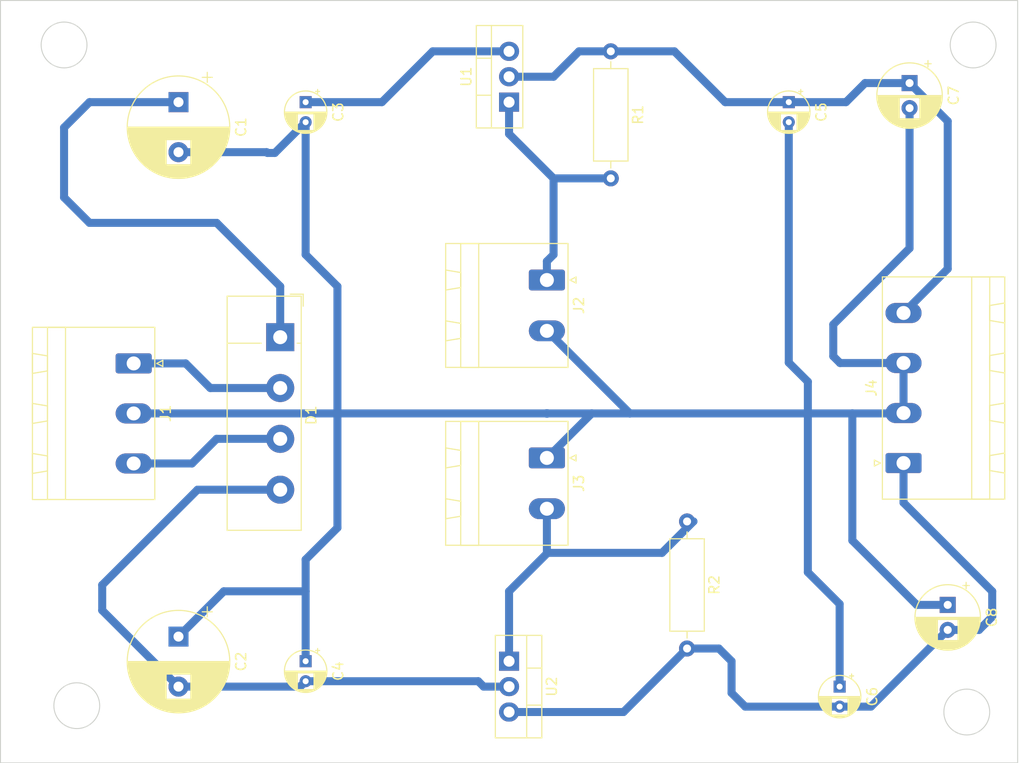
<source format=kicad_pcb>
(kicad_pcb (version 20211014) (generator pcbnew)
  (layers (0 "F.Cu" signal) (31 "B.Cu" signal) (34 "B.Paste" user) (35 "F.Paste" user) (36 "B.SilkS" user "B.Silkscreen") (37 "F.SilkS" user "F.Silkscreen") (38 "B.Mask" user) (39 "F.Mask" user) (44 "Edge.Cuts" user))
  (net 0 "")
  (net 1 "Net-(C1-Pad1)")
  (net 2 "Net-(C1-Pad2)")
  (net 3 "Net-(C2-Pad2)")
  (net 4 "Net-(C6-Pad2)")
  (net 5 "Net-(D1-Pad2)")
  (net 6 "Net-(D1-Pad3)")
  (net 7 "Net-(J2-Pad1)")
  (net 8 "Net-(J3-Pad2)")
  (net 9 "Net-(J4-Pad4)")
  (footprint "Resistor_THT:R_Axial_DIN0309_L9.0mm_D3.2mm_P12.70mm_Horizontal" (layer "F.Cu") (at 139.7 73.66 -90)
    (fp_text reference "R1" (at 6.35 -2.72 90) (layer "F.SilkS"))
    (fp_text value "240")
    (pad "1" thru_hole circle (at 0 0 270) (size 1.6 1.6) (drill 0.8) (layers *.Cu *.Mask) (net 9 "Net-(J4-Pad4)"))
    (pad "2" thru_hole oval (at 12.7 0 270) (size 1.6 1.6) (drill 0.8) (layers *.Cu *.Mask) (net 7 "Net-(J2-Pad1)"))
  )
  (footprint "Resistor_THT:R_Axial_DIN0309_L9.0mm_D3.2mm_P12.70mm_Horizontal" (layer "F.Cu") (at 147.32 120.65 -90)
    (fp_text reference "R2" (at 6.35 -2.72 90) (layer "F.SilkS"))
    (fp_text value "240")
    (pad "1" thru_hole circle (at 0 0 270) (size 1.6 1.6) (drill 0.8) (layers *.Cu *.Mask) (net 8 "Net-(J3-Pad2)"))
    (pad "2" thru_hole oval (at 12.7 0 270) (size 1.6 1.6) (drill 0.8) (layers *.Cu *.Mask) (net 4 "Net-(C6-Pad2)"))
  )
  (footprint "Capacitor_THT:CP_Radial_D6.3mm_P2.50mm" (layer "F.Cu") (at 169.545 76.835 -90)
    (fp_text reference "C7" (at 1.25 -4.4 90) (layer "F.SilkS"))
    (fp_text value "100 uF")
    (pad "1" thru_hole rect (at 0 0 270) (size 1.6 1.6) (drill 0.8) (layers *.Cu *.Mask) (net 9 "Net-(J4-Pad4)"))
    (pad "2" thru_hole circle (at 2.5 0 270) (size 1.6 1.6) (drill 0.8) (layers *.Cu *.Mask) (net 2 "Net-(C1-Pad2)"))
  )
  (footprint "Connector_Phoenix_MSTB:PhoenixContact_MSTBA_2,5_2-G-5,08_1x02_P5.08mm_Horizontal" (layer "F.Cu") (at 133.3175 114.3 -90)
    (fp_text reference "J3" (at 2.54 -3.2 90) (layer "F.SilkS"))
    (fp_text value "Screw_Terminal_01x02")
    (pad "1" thru_hole roundrect (at 0 0 270) (size 2.08 3.6) (drill 1.4) (layers *.Cu *.Mask) (roundrect_rratio 0.1201918269) (net 2 "Net-(C1-Pad2)"))
    (pad "2" thru_hole oval (at 5.08 0 270) (size 2.08 3.6) (drill 1.4) (layers *.Cu *.Mask) (net 8 "Net-(J3-Pad2)"))
  )
  (footprint "Capacitor_THT:CP_Radial_D4.0mm_P2.00mm" (layer "F.Cu") (at 162.56 137.16 -90)
    (fp_text reference "C6" (at 1 -3.25 90) (layer "F.SilkS"))
    (fp_text value "1 uF")
    (pad "1" thru_hole rect (at 0 0 270) (size 1.2 1.2) (drill 0.6) (layers *.Cu *.Mask) (net 2 "Net-(C1-Pad2)"))
    (pad "2" thru_hole circle (at 2 0 270) (size 1.2 1.2) (drill 0.6) (layers *.Cu *.Mask) (net 4 "Net-(C6-Pad2)"))
  )
  (footprint "Package_TO_SOT_THT:TO-220-3_Vertical" (layer "F.Cu") (at 129.54 78.74 90)
    (fp_text reference "U1" (at 2.54 -4.27 90) (layer "F.SilkS"))
    (fp_text value "LM317_TO-220")
    (pad "1" thru_hole rect (at 0 0 90) (size 1.905 2) (drill 1.1) (layers *.Cu *.Mask) (net 7 "Net-(J2-Pad1)"))
    (pad "2" thru_hole oval (at 2.54 0 90) (size 1.905 2) (drill 1.1) (layers *.Cu *.Mask) (net 9 "Net-(J4-Pad4)"))
    (pad "3" thru_hole oval (at 5.08 0 90) (size 1.905 2) (drill 1.1) (layers *.Cu *.Mask) (net 1 "Net-(C1-Pad1)"))
  )
  (footprint "Capacitor_THT:CP_Radial_D4.0mm_P2.00mm" (layer "F.Cu") (at 109.22 78.74 -90)
    (fp_text reference "C3" (at 1 -3.25 90) (layer "F.SilkS"))
    (fp_text value "1 uF")
    (pad "1" thru_hole rect (at 0 0 270) (size 1.2 1.2) (drill 0.6) (layers *.Cu *.Mask) (net 1 "Net-(C1-Pad1)"))
    (pad "2" thru_hole circle (at 2 0 270) (size 1.2 1.2) (drill 0.6) (layers *.Cu *.Mask) (net 2 "Net-(C1-Pad2)"))
  )
  (footprint "Capacitor_THT:CP_Radial_D10.0mm_P5.00mm" (layer "F.Cu") (at 96.52 132.16 -90)
    (fp_text reference "C2" (at 2.5 -6.25 90) (layer "F.SilkS"))
    (fp_text value "2200 uF")
    (pad "1" thru_hole rect (at 0 0 270) (size 2 2) (drill 1) (layers *.Cu *.Mask) (net 2 "Net-(C1-Pad2)"))
    (pad "2" thru_hole circle (at 5 0 270) (size 2 2) (drill 1) (layers *.Cu *.Mask) (net 3 "Net-(C2-Pad2)"))
  )
  (footprint "Connector_Phoenix_MSTB:PhoenixContact_MSTBA_2,5_3-G_1x03_P5.00mm_Horizontal" (layer "F.Cu") (at 92.0425 104.855 -90)
    (fp_text reference "J1" (at 5 -3.2 90) (layer "F.SilkS"))
    (fp_text value "Screw_Terminal_01x03")
    (pad "1" thru_hole roundrect (at 0 0 270) (size 2 3.6) (drill 1.4) (layers *.Cu *.Mask) (roundrect_rratio 0.125) (net 5 "Net-(D1-Pad2)"))
    (pad "2" thru_hole oval (at 5 0 270) (size 2 3.6) (drill 1.4) (layers *.Cu *.Mask) (net 2 "Net-(C1-Pad2)"))
    (pad "3" thru_hole oval (at 10 0 270) (size 2 3.6) (drill 1.4) (layers *.Cu *.Mask) (net 6 "Net-(D1-Pad3)"))
  )
  (footprint "Connector_Phoenix_MSTB:PhoenixContact_MSTBA_2,5_4-G_1x04_P5.00mm_Horizontal" (layer "F.Cu") (at 168.9425 114.815 90)
    (fp_text reference "J4" (at 7.5 -3.2 90) (layer "F.SilkS"))
    (fp_text value "Screw_Terminal_01x04")
    (pad "1" thru_hole roundrect (at 0 0 90) (size 2 3.6) (drill 1.4) (layers *.Cu *.Mask) (roundrect_rratio 0.125) (net 4 "Net-(C6-Pad2)"))
    (pad "2" thru_hole oval (at 5 0 90) (size 2 3.6) (drill 1.4) (layers *.Cu *.Mask) (net 2 "Net-(C1-Pad2)"))
    (pad "3" thru_hole oval (at 10 0 90) (size 2 3.6) (drill 1.4) (layers *.Cu *.Mask) (net 2 "Net-(C1-Pad2)"))
    (pad "4" thru_hole oval (at 15 0 90) (size 2 3.6) (drill 1.4) (layers *.Cu *.Mask) (net 9 "Net-(J4-Pad4)"))
  )
  (footprint "Capacitor_THT:CP_Radial_D4.0mm_P2.00mm" (layer "F.Cu") (at 109.22 134.62 -90)
    (fp_text reference "C4" (at 1 -3.25 90) (layer "F.SilkS"))
    (fp_text value "1 uF")
    (pad "1" thru_hole rect (at 0 0 270) (size 1.2 1.2) (drill 0.6) (layers *.Cu *.Mask) (net 2 "Net-(C1-Pad2)"))
    (pad "2" thru_hole circle (at 2 0 270) (size 1.2 1.2) (drill 0.6) (layers *.Cu *.Mask) (net 3 "Net-(C2-Pad2)"))
  )
  (footprint "Package_TO_SOT_THT:TO-220-3_Vertical" (layer "F.Cu") (at 129.54 134.62 -90)
    (fp_text reference "U2" (at 2.54 -4.27 90) (layer "F.SilkS"))
    (fp_text value "LM337_TO220")
    (pad "1" thru_hole rect (at 0 0 270) (size 1.905 2) (drill 1.1) (layers *.Cu *.Mask) (net 8 "Net-(J3-Pad2)"))
    (pad "2" thru_hole oval (at 2.54 0 270) (size 1.905 2) (drill 1.1) (layers *.Cu *.Mask) (net 3 "Net-(C2-Pad2)"))
    (pad "3" thru_hole oval (at 5.08 0 270) (size 1.905 2) (drill 1.1) (layers *.Cu *.Mask) (net 4 "Net-(C6-Pad2)"))
  )
  (footprint "Capacitor_THT:CP_Radial_D10.0mm_P5.00mm" (layer "F.Cu") (at 96.52 78.74 -90)
    (fp_text reference "C1" (at 2.5 -6.25 90) (layer "F.SilkS"))
    (fp_text value "2200 uF")
    (pad "1" thru_hole rect (at 0 0 270) (size 2 2) (drill 1) (layers *.Cu *.Mask) (net 1 "Net-(C1-Pad1)"))
    (pad "2" thru_hole circle (at 5 0 270) (size 2 2) (drill 1) (layers *.Cu *.Mask) (net 2 "Net-(C1-Pad2)"))
  )
  (footprint "Capacitor_THT:CP_Radial_D6.3mm_P2.50mm" (layer "F.Cu") (at 173.355 128.992621 -90)
    (fp_text reference "C8" (at 1.25 -4.4 90) (layer "F.SilkS"))
    (fp_text value "100 uF")
    (pad "1" thru_hole rect (at 0 0 270) (size 1.6 1.6) (drill 0.8) (layers *.Cu *.Mask) (net 2 "Net-(C1-Pad2)"))
    (pad "2" thru_hole circle (at 2.5 0 270) (size 1.6 1.6) (drill 0.8) (layers *.Cu *.Mask) (net 4 "Net-(C6-Pad2)"))
  )
  (footprint "Diode_THT:Diode_Bridge_Vishay_KBU" (layer "F.Cu") (at 106.68 102.235 -90)
    (fp_text reference "D1" (at 7.8 -3.1 90) (layer "F.SilkS"))
    (fp_text value "KBU4A")
    (pad "1" thru_hole rect (at 0 0 270) (size 2.8 2.8) (drill 1.4) (layers *.Cu *.Mask) (net 1 "Net-(C1-Pad1)"))
    (pad "2" thru_hole circle (at 5.08 0 270) (size 2.8 2.8) (drill 1.4) (layers *.Cu *.Mask) (net 5 "Net-(D1-Pad2)"))
    (pad "3" thru_hole circle (at 10.16 0 270) (size 2.8 2.8) (drill 1.4) (layers *.Cu *.Mask) (net 6 "Net-(D1-Pad3)"))
    (pad "4" thru_hole circle (at 15.24 0 270) (size 2.8 2.8) (drill 1.4) (layers *.Cu *.Mask) (net 3 "Net-(C2-Pad2)"))
  )
  (footprint "Connector_Phoenix_MSTB:PhoenixContact_MSTBA_2,5_2-G-5,08_1x02_P5.08mm_Horizontal" (layer "F.Cu") (at 133.3175 96.52 -90)
    (fp_text reference "J2" (at 2.54 -3.2 90) (layer "F.SilkS"))
    (fp_text value "Screw_Terminal_01x02")
    (pad "1" thru_hole roundrect (at 0 0 270) (size 2.08 3.6) (drill 1.4) (layers *.Cu *.Mask) (roundrect_rratio 0.1201918269) (net 7 "Net-(J2-Pad1)"))
    (pad "2" thru_hole oval (at 5.08 0 270) (size 2.08 3.6) (drill 1.4) (layers *.Cu *.Mask) (net 2 "Net-(C1-Pad2)"))
  )
  (footprint "Capacitor_THT:CP_Radial_D4.0mm_P2.00mm" (layer "F.Cu") (at 157.48 78.74 -90)
    (fp_text reference "C5" (at 1 -3.25 90) (layer "F.SilkS"))
    (fp_text value "1 uF")
    (pad "1" thru_hole rect (at 0 0 270) (size 1.2 1.2) (drill 0.6) (layers *.Cu *.Mask) (net 9 "Net-(J4-Pad4)"))
    (pad "2" thru_hole circle (at 2 0 270) (size 1.2 1.2) (drill 0.6) (layers *.Cu *.Mask) (net 2 "Net-(C1-Pad2)"))
  )
  (gr_rect (start 78.74 68.58) (end 180.34 144.78) (layer "Edge.Cuts") (width 0.1) (fill none))
  (gr_circle (center 86.36 139.065) (end 88.265 140.335) (layer "Edge.Cuts") (width 0.1) (fill none))
  (gr_circle (center 85.09 73.025) (end 86.995 74.295) (layer "Edge.Cuts") (width 0.1) (fill none))
  (gr_circle (center 175.895 73.025) (end 177.165 74.93) (layer "Edge.Cuts") (width 0.1) (fill none))
  (gr_circle (center 175.26 139.7) (end 177.165 140.97) (layer "Edge.Cuts") (width 0.1) (fill none))
  (segment (start 100.33 90.805) (end 87.63 90.805) (width 0.8) (layer "B.Cu") (net 1))
  (segment (start 106.68 97.155) (end 100.33 90.805) (width 0.8) (layer "B.Cu") (net 1))
  (segment (start 109.22 78.74) (end 116.84 78.74) (width 0.8) (layer "B.Cu") (net 1))
  (segment (start 85.09 88.265) (end 85.09 81.28) (width 0.8) (layer "B.Cu") (net 1))
  (segment (start 116.84 78.74) (end 121.92 73.66) (width 0.8) (layer "B.Cu") (net 1))
  (segment (start 87.63 78.74) (end 96.52 78.74) (width 0.8) (layer "B.Cu") (net 1))
  (segment (start 87.63 90.805) (end 85.09 88.265) (width 0.8) (layer "B.Cu") (net 1))
  (segment (start 106.68 102.235) (end 106.68 97.155) (width 0.8) (layer "B.Cu") (net 1))
  (segment (start 85.09 81.28) (end 87.63 78.74) (width 0.8) (layer "B.Cu") (net 1))
  (segment (start 121.92 73.66) (end 129.54 73.66) (width 0.8) (layer "B.Cu") (net 1))
  (segment (start 162.56 128.905) (end 159.385 125.73) (width 0.8) (layer "B.Cu") (net 2))
  (segment (start 161.925 100.965) (end 161.925 104.14) (width 0.8) (layer "B.Cu") (net 2))
  (segment (start 112.395 121.285) (end 112.395 109.855) (width 0.8) (layer "B.Cu") (net 2))
  (segment (start 133.35 114.3) (end 137.795 109.855) (width 0.8) (layer "B.Cu") (net 2))
  (segment (start 109.22 93.98) (end 112.395 97.155) (width 0.8) (layer "B.Cu") (net 2))
  (segment (start 157.48 80.74) (end 157.48 104.775) (width 0.8) (layer "B.Cu") (net 2))
  (segment (start 170.267621 128.992621) (end 163.83 122.555) (width 0.8) (layer "B.Cu") (net 2))
  (segment (start 109.22 80.74) (end 109.22 93.98) (width 0.8) (layer "B.Cu") (net 2))
  (segment (start 170.22 104.815) (end 168.9425 104.815) (width 0.8) (layer "B.Cu") (net 2))
  (segment (start 157.48 104.775) (end 159.385 106.68) (width 0.8) (layer "B.Cu") (net 2))
  (segment (start 101.045 127.635) (end 109.22 127.635) (width 0.8) (layer "B.Cu") (net 2))
  (segment (start 109.22 80.74) (end 106.14 83.82) (width 0.8) (layer "B.Cu") (net 2))
  (segment (start 169.545 79.335) (end 169.545 93.345) (width 0.8) (layer "B.Cu") (net 2))
  (segment (start 163.83 122.555) (end 163.83 109.855) (width 0.8) (layer "B.Cu") (net 2))
  (segment (start 133.3175 101.6) (end 133.35 101.6) (width 0.8) (layer "B.Cu") (net 2))
  (segment (start 112.395 97.155) (end 112.395 109.855) (width 0.8) (layer "B.Cu") (net 2))
  (segment (start 92.0425 109.855) (end 112.395 109.855) (width 0.8) (layer "B.Cu") (net 2))
  (segment (start 133.35 109.855) (end 137.795 109.855) (width 0.8) (layer "B.Cu") (net 2))
  (segment (start 168.9425 104.815) (end 168.9425 109.815) (width 0.8) (layer "B.Cu") (net 2))
  (segment (start 109.22 134.62) (end 109.22 127.635) (width 0.8) (layer "B.Cu") (net 2))
  (segment (start 163.83 109.855) (end 168.9025 109.855) (width 0.8) (layer "B.Cu") (net 2))
  (segment (start 141.605 109.855) (end 159.385 109.855) (width 0.8) (layer "B.Cu") (net 2))
  (segment (start 162.6 104.815) (end 168.9425 104.815) (width 0.8) (layer "B.Cu") (net 2))
  (segment (start 96.52 132.16) (end 101.045 127.635) (width 0.8) (layer "B.Cu") (net 2))
  (segment (start 133.3175 109.8875) (end 133.35 109.855) (width 0.8) (layer "B.Cu") (net 2))
  (segment (start 168.9025 109.855) (end 168.9425 109.815) (width 0.8) (layer "B.Cu") (net 2))
  (segment (start 105.33 83.74) (end 96.52 83.74) (width 0.8) (layer "B.Cu") (net 2))
  (segment (start 112.395 109.855) (end 133.35 109.855) (width 0.8) (layer "B.Cu") (net 2))
  (segment (start 159.385 109.855) (end 163.83 109.855) (width 0.8) (layer "B.Cu") (net 2))
  (segment (start 137.795 109.855) (end 141.605 109.855) (width 0.8) (layer "B.Cu") (net 2))
  (segment (start 109.22 124.46) (end 112.395 121.285) (width 0.8) (layer "B.Cu") (net 2))
  (segment (start 173.355 128.992621) (end 170.267621 128.992621) (width 0.8) (layer "B.Cu") (net 2))
  (segment (start 159.385 106.68) (end 159.385 109.855) (width 0.8) (layer "B.Cu") (net 2))
  (segment (start 109.22 127.635) (end 109.22 124.46) (width 0.8) (layer "B.Cu") (net 2))
  (segment (start 169.545 93.345) (end 161.925 100.965) (width 0.8) (layer "B.Cu") (net 2))
  (segment (start 106.14 83.82) (end 105.41 83.82) (width 0.8) (layer "B.Cu") (net 2))
  (segment (start 161.925 104.14) (end 162.6 104.815) (width 0.8) (layer "B.Cu") (net 2))
  (segment (start 133.3175 114.3) (end 133.35 114.3) (width 0.8) (layer "B.Cu") (net 2))
  (segment (start 105.41 83.82) (end 105.33 83.74) (width 0.8) (layer "B.Cu") (net 2))
  (segment (start 133.35 101.6) (end 141.605 109.855) (width 0.8) (layer "B.Cu") (net 2))
  (segment (start 133.3175 109.8225) (end 133.35 109.855) (width 0.8) (layer "B.Cu") (net 2))
  (segment (start 159.385 125.73) (end 159.385 109.855) (width 0.8) (layer "B.Cu") (net 2))
  (segment (start 162.56 137.16) (end 162.56 128.905) (width 0.8) (layer "B.Cu") (net 2))
  (segment (start 88.9 127) (end 98.425 117.475) (width 0.8) (layer "B.Cu") (net 3))
  (segment (start 127 137.16) (end 129.54 137.16) (width 0.8) (layer "B.Cu") (net 3))
  (segment (start 98.425 117.475) (end 106.68 117.475) (width 0.8) (layer "B.Cu") (net 3))
  (segment (start 109.22 136.62) (end 126.46 136.62) (width 0.8) (layer "B.Cu") (net 3))
  (segment (start 88.9 129.54) (end 88.9 127) (width 0.8) (layer "B.Cu") (net 3))
  (segment (start 108.68 137.16) (end 109.22 136.62) (width 0.8) (layer "B.Cu") (net 3))
  (segment (start 126.46 136.62) (end 127 137.16) (width 0.8) (layer "B.Cu") (net 3))
  (segment (start 96.52 137.16) (end 88.9 129.54) (width 0.8) (layer "B.Cu") (net 3))
  (segment (start 96.52 137.16) (end 108.68 137.16) (width 0.8) (layer "B.Cu") (net 3))
  (segment (start 147.32 133.35) (end 150.495 133.35) (width 0.8) (layer "B.Cu") (net 4))
  (segment (start 177.8 130.175) (end 176.482379 131.492621) (width 0.8) (layer "B.Cu") (net 4))
  (segment (start 165.687621 139.16) (end 173.355 131.492621) (width 0.8) (layer "B.Cu") (net 4))
  (segment (start 177.8 127.635) (end 177.8 130.175) (width 0.8) (layer "B.Cu") (net 4))
  (segment (start 150.495 133.35) (end 151.765 134.62) (width 0.8) (layer "B.Cu") (net 4))
  (segment (start 129.54 139.7) (end 140.97 139.7) (width 0.8) (layer "B.Cu") (net 4))
  (segment (start 168.9425 118.7775) (end 177.8 127.635) (width 0.8) (layer "B.Cu") (net 4))
  (segment (start 168.9425 114.815) (end 168.9425 118.7775) (width 0.8) (layer "B.Cu") (net 4))
  (segment (start 162.56 139.16) (end 165.687621 139.16) (width 0.8) (layer "B.Cu") (net 4))
  (segment (start 176.482379 131.492621) (end 173.355 131.492621) (width 0.8) (layer "B.Cu") (net 4))
  (segment (start 140.97 139.7) (end 147.32 133.35) (width 0.8) (layer "B.Cu") (net 4))
  (segment (start 153.13 139.16) (end 162.56 139.16) (width 0.8) (layer "B.Cu") (net 4))
  (segment (start 151.765 137.795) (end 153.13 139.16) (width 0.8) (layer "B.Cu") (net 4))
  (segment (start 151.765 134.62) (end 151.765 137.795) (width 0.8) (layer "B.Cu") (net 4))
  (segment (start 99.695 107.315) (end 106.68 107.315) (width 0.8) (layer "B.Cu") (net 5))
  (segment (start 97.235 104.855) (end 99.695 107.315) (width 0.8) (layer "B.Cu") (net 5))
  (segment (start 92.0425 104.855) (end 97.235 104.855) (width 0.8) (layer "B.Cu") (net 5))
  (segment (start 100.33 112.395) (end 106.68 112.395) (width 0.8) (layer "B.Cu") (net 6))
  (segment (start 97.87 114.855) (end 100.33 112.395) (width 0.8) (layer "B.Cu") (net 6))
  (segment (start 92.0425 114.855) (end 97.87 114.855) (width 0.8) (layer "B.Cu") (net 6))
  (segment (start 129.54 78.74) (end 129.54 81.915) (width 0.8) (layer "B.Cu") (net 7))
  (segment (start 129.54 81.915) (end 133.985 86.36) (width 0.8) (layer "B.Cu") (net 7))
  (segment (start 133.3175 96.52) (end 133.3175 94.6475) (width 0.8) (layer "B.Cu") (net 7))
  (segment (start 133.985 86.36) (end 139.7 86.36) (width 0.8) (layer "B.Cu") (net 7))
  (segment (start 133.3175 94.6475) (end 133.985 93.98) (width 0.8) (layer "B.Cu") (net 7))
  (segment (start 133.985 93.98) (end 133.985 86.36) (width 0.8) (layer "B.Cu") (net 7))
  (segment (start 144.8125 123.7925) (end 133.3175 123.7925) (width 0.8) (layer "B.Cu") (net 8))
  (segment (start 129.54 127.635) (end 133.35 123.825) (width 0.8) (layer "B.Cu") (net 8))
  (segment (start 133.3175 123.7925) (end 133.3175 119.38) (width 0.8) (layer "B.Cu") (net 8))
  (segment (start 147.32 120.65) (end 147.955 120.65) (width 0.8) (layer "B.Cu") (net 8))
  (segment (start 147.955 120.65) (end 144.8125 123.7925) (width 0.8) (layer "B.Cu") (net 8))
  (segment (start 133.35 123.825) (end 133.3175 123.7925) (width 0.8) (layer "B.Cu") (net 8))
  (segment (start 129.54 134.62) (end 129.54 127.635) (width 0.8) (layer "B.Cu") (net 8))
  (segment (start 173.355 80.645) (end 173.355 95.4025) (width 0.8) (layer "B.Cu") (net 9))
  (segment (start 146.05 73.66) (end 151.13 78.74) (width 0.8) (layer "B.Cu") (net 9))
  (segment (start 139.7 73.66) (end 146.05 73.66) (width 0.8) (layer "B.Cu") (net 9))
  (segment (start 133.985 76.2) (end 129.54 76.2) (width 0.8) (layer "B.Cu") (net 9))
  (segment (start 165.1 76.835) (end 163.195 78.74) (width 0.8) (layer "B.Cu") (net 9))
  (segment (start 163.195 78.74) (end 157.48 78.74) (width 0.8) (layer "B.Cu") (net 9))
  (segment (start 173.355 95.4025) (end 168.9425 99.815) (width 0.8) (layer "B.Cu") (net 9))
  (segment (start 136.525 73.66) (end 133.985 76.2) (width 0.8) (layer "B.Cu") (net 9))
  (segment (start 139.7 73.66) (end 136.525 73.66) (width 0.8) (layer "B.Cu") (net 9))
  (segment (start 151.13 78.74) (end 157.48 78.74) (width 0.8) (layer "B.Cu") (net 9))
  (segment (start 169.545 76.835) (end 173.355 80.645) (width 0.8) (layer "B.Cu") (net 9))
  (segment (start 169.545 76.835) (end 165.1 76.835) (width 0.8) (layer "B.Cu") (net 9))
)
</source>
